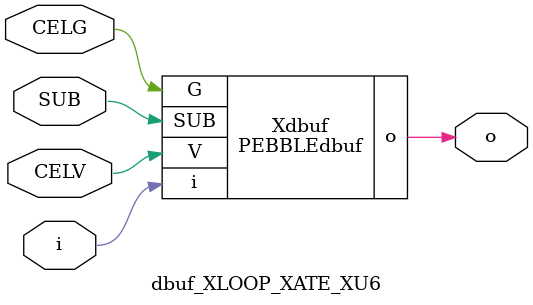
<source format=v>



module PEBBLEdbuf ( o, G, SUB, V, i );

  input V;
  input i;
  input G;
  output o;
  input SUB;
endmodule

//Celera Confidential Do Not Copy dbuf_XLOOP_XATE_XU6
//Celera Confidential Symbol Generator
//Digital Buffer
module dbuf_XLOOP_XATE_XU6 (CELV,CELG,i,o,SUB);
input CELV;
input CELG;
input i;
input SUB;
output o;

//Celera Confidential Do Not Copy dbuf
PEBBLEdbuf Xdbuf(
.V (CELV),
.i (i),
.o (o),
.SUB (SUB),
.G (CELG)
);
//,diesize,PEBBLEdbuf

//Celera Confidential Do Not Copy Module End
//Celera Schematic Generator
endmodule

</source>
